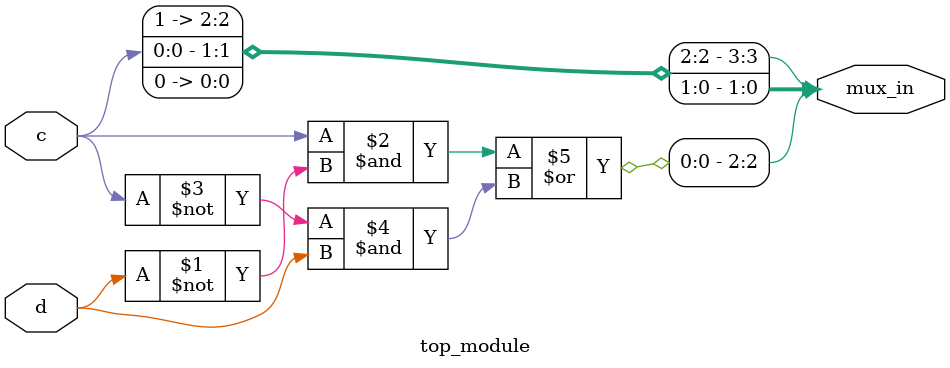
<source format=sv>
module top_module (
    input c,
    input d,
    output [3:0] mux_in
);

    assign mux_in[0] = 1'b0;
    assign mux_in[1] = c;
    assign mux_in[2] = (c & ~d) | (~c & d);
    assign mux_in[3] = 1'b1;

endmodule

</source>
